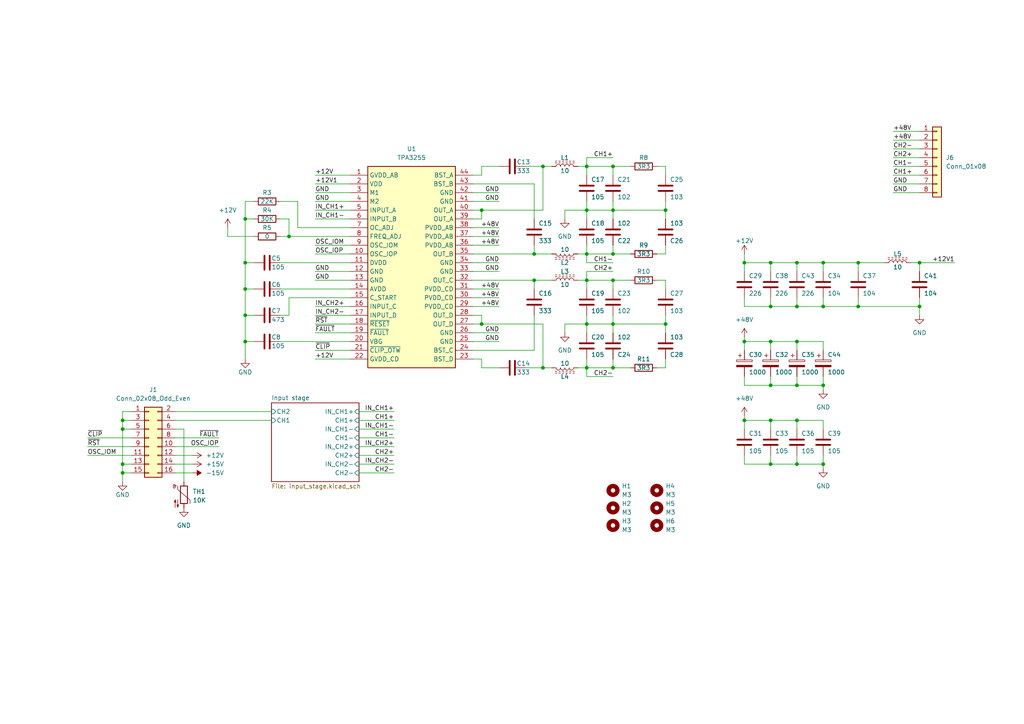
<source format=kicad_sch>
(kicad_sch (version 20231120) (generator "eeschema") (generator_version "8.0")
  (paper "A4")
  (lib_symbols
    (symbol "Connector_Generic:Conn_01x08" (pin_names (offset 1.016) hide)
      (property "Reference" "J" (at 0 10.16 0))
      (property "Value" "Conn_01x08" (at 0 -12.7 0))
      (symbol "Conn_01x08_1_1"
        (rectangle (start -1.27 -10.033) (end 0 -10.287) (stroke (width 0.1524)))
        (rectangle (start -1.27 -7.493) (end 0 -7.747) (stroke (width 0.1524)))
        (rectangle (start -1.27 -4.953) (end 0 -5.207) (stroke (width 0.1524)))
        (rectangle (start -1.27 -2.413) (end 0 -2.667) (stroke (width 0.1524)))
        (rectangle (start -1.27 0.127) (end 0 -0.127) (stroke (width 0.1524)))
        (rectangle (start -1.27 2.667) (end 0 2.413) (stroke (width 0.1524)))
        (rectangle (start -1.27 5.207) (end 0 4.953) (stroke (width 0.1524)))
        (rectangle (start -1.27 7.747) (end 0 7.493) (stroke (width 0.1524)))
        (rectangle (start -1.27 8.89) (end 1.27 -11.43) (stroke (width 0.254)) (fill (type background)))
        (pin passive line (at -5.08 7.62 0) (length 3.81) (name "Pin_1") (number "1"))
        (pin passive line (at -5.08 5.08 0) (length 3.81) (name "Pin_2") (number "2"))
        (pin passive line (at -5.08 2.54 0) (length 3.81) (name "Pin_3") (number "3"))
        (pin passive line (at -5.08 0 0) (length 3.81) (name "Pin_4") (number "4"))
        (pin passive line (at -5.08 -2.54 0) (length 3.81) (name "Pin_5") (number "5"))
        (pin passive line (at -5.08 -5.08 0) (length 3.81) (name "Pin_6") (number "6"))
        (pin passive line (at -5.08 -7.62 0) (length 3.81) (name "Pin_7") (number "7"))
        (pin passive line (at -5.08 -10.16 0) (length 3.81) (name "Pin_8") (number "8"))
      )
    )
    (symbol "Connector_Generic:Conn_02x08_Odd_Even" (pin_names (offset 1.016) hide)
      (property "Reference" "J" (at 1.27 10.16 0))
      (property "Value" "Conn_02x08_Odd_Even" (at 1.27 -12.7 0))
      (symbol "Conn_02x08_Odd_Even_1_1"
        (rectangle (start -1.27 -10.033) (end 0 -10.287) (stroke (width 0.1524)))
        (rectangle (start -1.27 -7.493) (end 0 -7.747) (stroke (width 0.1524)))
        (rectangle (start -1.27 -4.953) (end 0 -5.207) (stroke (width 0.1524)))
        (rectangle (start -1.27 -2.413) (end 0 -2.667) (stroke (width 0.1524)))
        (rectangle (start -1.27 0.127) (end 0 -0.127) (stroke (width 0.1524)))
        (rectangle (start -1.27 2.667) (end 0 2.413) (stroke (width 0.1524)))
        (rectangle (start -1.27 5.207) (end 0 4.953) (stroke (width 0.1524)))
        (rectangle (start -1.27 7.747) (end 0 7.493) (stroke (width 0.1524)))
        (rectangle (start -1.27 8.89) (end 3.81 -11.43) (stroke (width 0.254)) (fill (type background)))
        (rectangle (start 3.81 -10.033) (end 2.54 -10.287) (stroke (width 0.1524)))
        (rectangle (start 3.81 -7.493) (end 2.54 -7.747) (stroke (width 0.1524)))
        (rectangle (start 3.81 -4.953) (end 2.54 -5.207) (stroke (width 0.1524)))
        (rectangle (start 3.81 -2.413) (end 2.54 -2.667) (stroke (width 0.1524)))
        (rectangle (start 3.81 0.127) (end 2.54 -0.127) (stroke (width 0.1524)))
        (rectangle (start 3.81 2.667) (end 2.54 2.413) (stroke (width 0.1524)))
        (rectangle (start 3.81 5.207) (end 2.54 4.953) (stroke (width 0.1524)))
        (rectangle (start 3.81 7.747) (end 2.54 7.493) (stroke (width 0.1524)))
        (pin passive line (at -5.08 7.62 0) (length 3.81) (name "Pin_1") (number "1"))
        (pin passive line (at 7.62 -2.54 180) (length 3.81) (name "Pin_10") (number "10"))
        (pin passive line (at -5.08 -5.08 0) (length 3.81) (name "Pin_11") (number "11"))
        (pin passive line (at 7.62 -5.08 180) (length 3.81) (name "Pin_12") (number "12"))
        (pin passive line (at -5.08 -7.62 0) (length 3.81) (name "Pin_13") (number "13"))
        (pin passive line (at 7.62 -7.62 180) (length 3.81) (name "Pin_14") (number "14"))
        (pin passive line (at -5.08 -10.16 0) (length 3.81) (name "Pin_15") (number "15"))
        (pin passive line (at 7.62 -10.16 180) (length 3.81) (name "Pin_16") (number "16"))
        (pin passive line (at 7.62 7.62 180) (length 3.81) (name "Pin_2") (number "2"))
        (pin passive line (at -5.08 5.08 0) (length 3.81) (name "Pin_3") (number "3"))
        (pin passive line (at 7.62 5.08 180) (length 3.81) (name "Pin_4") (number "4"))
        (pin passive line (at -5.08 2.54 0) (length 3.81) (name "Pin_5") (number "5"))
        (pin passive line (at 7.62 2.54 180) (length 3.81) (name "Pin_6") (number "6"))
        (pin passive line (at -5.08 0 0) (length 3.81) (name "Pin_7") (number "7"))
        (pin passive line (at 7.62 0 180) (length 3.81) (name "Pin_8") (number "8"))
        (pin passive line (at -5.08 -2.54 0) (length 3.81) (name "Pin_9") (number "9"))
      )
    )
    (symbol "Device:C" (pin_numbers hide) (pin_names (offset 0.254))
      (property "Reference" "C" (at 0.635 2.54 0))
      (property "Value" "C" (at 0.635 -2.54 0))
      (symbol "C_0_1"
        (polyline (pts (xy -2.032 -0.762) (xy 2.032 -0.762)) (stroke (width 0.508)))
        (polyline (pts (xy -2.032 0.762) (xy 2.032 0.762)) (stroke (width 0.508)))
      )
      (symbol "C_1_1"
        (pin passive line (at 0 3.81 270) (length 2.794) (name "~") (number "1"))
        (pin passive line (at 0 -3.81 90) (length 2.794) (name "~") (number "2"))
      )
    )
    (symbol "Device:C_Polarized" (pin_numbers hide) (pin_names (offset 0.254))
      (property "Reference" "C" (at 0.635 2.54 0))
      (property "Value" "C_Polarized" (at 0.635 -2.54 0))
      (symbol "C_Polarized_0_1"
        (rectangle (start -2.286 0.508) (end 2.286 1.016))
        (polyline (pts (xy -1.778 2.286) (xy -0.762 2.286)))
        (polyline (pts (xy -1.27 2.794) (xy -1.27 1.778)))
        (rectangle (start 2.286 -0.508) (end -2.286 -1.016) (fill (type outline)))
      )
      (symbol "C_Polarized_1_1"
        (pin passive line (at 0 3.81 270) (length 2.794) (name "~") (number "1"))
        (pin passive line (at 0 -3.81 90) (length 2.794) (name "~") (number "2"))
      )
    )
    (symbol "Device:L_Ferrite" (pin_numbers hide) (pin_names (offset 1.016) hide)
      (property "Reference" "L" (at -1.27 0 90))
      (property "Value" "L_Ferrite" (at 2.794 0 90))
      (symbol "L_Ferrite_0_1"
        (arc (start 0 -2.54) (mid 0.6323 -1.905) (end 0 -1.27))
        (arc (start 0 -1.27) (mid 0.6323 -0.635) (end 0 0))
        (polyline (pts (xy 1.016 -2.794) (xy 1.016 -2.286)))
        (polyline (pts (xy 1.016 -1.778) (xy 1.016 -1.27)))
        (polyline (pts (xy 1.016 -0.762) (xy 1.016 -0.254)))
        (polyline (pts (xy 1.016 0.254) (xy 1.016 0.762)))
        (polyline (pts (xy 1.016 1.27) (xy 1.016 1.778)))
        (polyline (pts (xy 1.016 2.286) (xy 1.016 2.794)))
        (polyline (pts (xy 1.524 -2.286) (xy 1.524 -2.794)))
        (polyline (pts (xy 1.524 -1.27) (xy 1.524 -1.778)))
        (polyline (pts (xy 1.524 -0.254) (xy 1.524 -0.762)))
        (polyline (pts (xy 1.524 0.762) (xy 1.524 0.254)))
        (polyline (pts (xy 1.524 1.778) (xy 1.524 1.27)))
        (polyline (pts (xy 1.524 2.794) (xy 1.524 2.286)))
        (arc (start 0 0) (mid 0.6323 0.635) (end 0 1.27))
        (arc (start 0 1.27) (mid 0.6323 1.905) (end 0 2.54))
      )
      (symbol "L_Ferrite_1_1"
        (pin passive line (at 0 3.81 270) (length 1.27) (name "1") (number "1"))
        (pin passive line (at 0 -3.81 90) (length 1.27) (name "2") (number "2"))
      )
    )
    (symbol "Device:R" (pin_numbers hide) (pin_names (offset 0))
      (property "Reference" "R" (at 2.032 0 90))
      (property "Value" "R" (at 0 0 90))
      (symbol "R_0_1"
        (rectangle (start -1.016 -2.54) (end 1.016 2.54) (stroke (width 0.254)))
      )
      (symbol "R_1_1"
        (pin passive line (at 0 3.81 270) (length 1.27) (name "~") (number "1"))
        (pin passive line (at 0 -3.81 90) (length 1.27) (name "~") (number "2"))
      )
    )
    (symbol "Device:Thermistor_NTC" (pin_numbers hide) (pin_names (offset 0))
      (property "Reference" "TH" (at -4.445 0 90))
      (property "Value" "Thermistor_NTC" (at 3.175 0 90))
      (symbol "Thermistor_NTC_0_1"
        (arc (start -3.048 2.159) (mid -3.0505 2.3165) (end -3.175 2.413))
        (arc (start -3.048 2.159) (mid -2.9736 1.9794) (end -2.794 1.905))
        (arc (start -3.048 2.794) (mid -2.9736 2.6144) (end -2.794 2.54))
        (arc (start -2.794 1.905) (mid -2.6144 1.9794) (end -2.54 2.159))
        (arc (start -2.794 2.54) (mid -2.434 2.5608) (end -2.159 2.794))
        (arc (start -2.794 3.048) (mid -2.9736 2.9736) (end -3.048 2.794))
        (arc (start -2.54 2.794) (mid -2.6144 2.9736) (end -2.794 3.048))
        (rectangle (start -1.016 2.54) (end 1.016 -2.54) (stroke (width 0.254)))
        (polyline (pts (xy -2.54 2.159) (xy -2.54 2.794)))
        (polyline (pts (xy -1.778 2.54) (xy -1.778 1.524) (xy 1.778 -1.524) (xy 1.778 -2.54)))
        (polyline (pts (xy -2.54 -3.683) (xy -2.54 -1.397) (xy -2.794 -2.159) (xy -2.286 -2.159) (xy -2.54 -1.397) (xy -2.54 -1.651)) (fill (type outline)))
        (polyline (pts (xy -1.778 -1.397) (xy -1.778 -3.683) (xy -2.032 -2.921) (xy -1.524 -2.921) (xy -1.778 -3.683) (xy -1.778 -3.429)) (fill (type outline)))
      )
      (symbol "Thermistor_NTC_1_1"
        (pin passive line (at 0 3.81 270) (length 1.27) (name "~") (number "1"))
        (pin passive line (at 0 -3.81 90) (length 1.27) (name "~") (number "2"))
      )
    )
    (symbol "HR-parts:TPA3255"
      (property "Reference" "U" (at 0 -29.21 0))
      (property "Value" "TPA3255" (at 0 31.75 0))
      (symbol "TPA3255_0_1"
        (rectangle (start -12.7 30.48) (end 12.7 -27.94) (stroke (width 0.254)) (fill (type background)))
      )
      (symbol "TPA3255_1_1"
        (pin power_in line (at -17.78 27.94 0) (length 5.08) (name "GVDD_AB") (number "1"))
        (pin bidirectional line (at -17.78 5.08 0) (length 5.08) (name "OSC_IOP") (number "10"))
        (pin power_in line (at -17.78 2.54 0) (length 5.08) (name "DVDD") (number "11"))
        (pin power_in line (at -17.78 0 0) (length 5.08) (name "GND") (number "12"))
        (pin power_in line (at -17.78 -2.54 0) (length 5.08) (name "GND") (number "13"))
        (pin power_in line (at -17.78 -5.08 0) (length 5.08) (name "AVDD") (number "14"))
        (pin input line (at -17.78 -7.62 0) (length 5.08) (name "C_START") (number "15"))
        (pin input line (at -17.78 -10.16 0) (length 5.08) (name "INPUT_C") (number "16"))
        (pin input line (at -17.78 -12.7 0) (length 5.08) (name "INPUT_D") (number "17"))
        (pin input line (at -17.78 -15.24 0) (length 5.08) (name "~{RESET}") (number "18"))
        (pin output line (at -17.78 -17.78 0) (length 5.08) (name "~{FAULT}") (number "19"))
        (pin power_in line (at -17.78 25.4 0) (length 5.08) (name "VDD") (number "2"))
        (pin passive line (at -17.78 -20.32 0) (length 5.08) (name "VBG") (number "20"))
        (pin output line (at -17.78 -22.86 0) (length 5.08) (name "~{CLIP_OTW}") (number "21"))
        (pin power_in line (at -17.78 -25.4 0) (length 5.08) (name "GVDD_CD") (number "22"))
        (pin passive line (at 17.78 -25.4 180) (length 5.08) (name "BST_D") (number "23"))
        (pin passive line (at 17.78 -22.86 180) (length 5.08) (name "BST_C") (number "24"))
        (pin power_in line (at 17.78 -20.32 180) (length 5.08) (name "GND") (number "25"))
        (pin power_in line (at 17.78 -17.78 180) (length 5.08) (name "GND") (number "26"))
        (pin power_out line (at 17.78 -15.24 180) (length 5.08) (name "OUT_D") (number "27"))
        (pin power_out line (at 17.78 -12.7 180) (length 5.08) (name "OUT_D") (number "28"))
        (pin power_in line (at 17.78 -10.16 180) (length 5.08) (name "PVDD_CD") (number "29"))
        (pin input line (at -17.78 22.86 0) (length 5.08) (name "M1") (number "3"))
        (pin power_in line (at 17.78 -7.62 180) (length 5.08) (name "PVDD_CD") (number "30"))
        (pin power_in line (at 17.78 -5.08 180) (length 5.08) (name "PVDD_CD") (number "31"))
        (pin power_out line (at 17.78 -2.54 180) (length 5.08) (name "OUT_C") (number "32"))
        (pin power_in line (at 17.78 0 180) (length 5.08) (name "GND") (number "33"))
        (pin power_in line (at 17.78 2.54 180) (length 5.08) (name "GND") (number "34"))
        (pin power_out line (at 17.78 5.08 180) (length 5.08) (name "OUT_B") (number "35"))
        (pin power_in line (at 17.78 7.62 180) (length 5.08) (name "PVDD_AB") (number "36"))
        (pin power_in line (at 17.78 10.16 180) (length 5.08) (name "PVDD_AB") (number "37"))
        (pin power_in line (at 17.78 12.7 180) (length 5.08) (name "PVDD_AB") (number "38"))
        (pin power_out line (at 17.78 15.24 180) (length 5.08) (name "OUT_A") (number "39"))
        (pin input line (at -17.78 20.32 0) (length 5.08) (name "M2") (number "4"))
        (pin power_out line (at 17.78 17.78 180) (length 5.08) (name "OUT_A") (number "40"))
        (pin power_in line (at 17.78 20.32 180) (length 5.08) (name "GND") (number "41"))
        (pin power_in line (at 17.78 22.86 180) (length 5.08) (name "GND") (number "42"))
        (pin passive line (at 17.78 25.4 180) (length 5.08) (name "BST_B") (number "43"))
        (pin passive line (at 17.78 27.94 180) (length 5.08) (name "BST_A") (number "44"))
        (pin input line (at -17.78 17.78 0) (length 5.08) (name "INPUT_A") (number "5"))
        (pin input line (at -17.78 15.24 0) (length 5.08) (name "INPUT_B") (number "6"))
        (pin input line (at -17.78 12.7 0) (length 5.08) (name "OC_ADJ") (number "7"))
        (pin input line (at -17.78 10.16 0) (length 5.08) (name "FREQ_ADJ") (number "8"))
        (pin bidirectional line (at -17.78 7.62 0) (length 5.08) (name "OSC_IOM") (number "9"))
      )
    )
    (symbol "Mechanical:MountingHole" (pin_names (offset 1.016))
      (property "Reference" "H" (at 0 5.08 0))
      (property "Value" "MountingHole" (at 0 3.175 0))
      (symbol "MountingHole_0_1"
        (circle (center 0 0) (radius 1.27) (stroke (width 1.27)))
      )
    )
    (symbol "power:+12V" (power) (pin_names (offset 0))
      (property "Value" "+12V" (at 0 3.556 0))
      (symbol "+12V_0_1"
        (polyline (pts (xy -0.762 1.27) (xy 0 2.54)))
        (polyline (pts (xy 0 0) (xy 0 2.54)))
        (polyline (pts (xy 0 2.54) (xy 0.762 1.27)))
      )
      (symbol "+12V_1_1"
        (pin power_in line (at 0 0 90) (length 0) hide (name "+12V") (number "1"))
      )
    )
    (symbol "power:+15V" (power) (pin_names (offset 0))
      (property "Value" "+15V" (at 0 3.556 0))
      (symbol "+15V_0_1"
        (polyline (pts (xy -0.762 1.27) (xy 0 2.54)))
        (polyline (pts (xy 0 0) (xy 0 2.54)))
        (polyline (pts (xy 0 2.54) (xy 0.762 1.27)))
      )
      (symbol "+15V_1_1"
        (pin power_in line (at 0 0 90) (length 0) hide (name "+15V") (number "1"))
      )
    )
    (symbol "power:+48V" (power) (pin_names (offset 0))
      (property "Value" "+48V" (at 0 3.556 0))
      (symbol "+48V_0_1"
        (polyline (pts (xy -0.762 1.27) (xy 0 2.54)))
        (polyline (pts (xy 0 0) (xy 0 2.54)))
        (polyline (pts (xy 0 2.54) (xy 0.762 1.27)))
      )
      (symbol "+48V_1_1"
        (pin power_in line (at 0 0 90) (length 0) hide (name "+48V") (number "1"))
      )
    )
    (symbol "power:-15V" (power) (pin_names (offset 0))
      (property "Value" "-15V" (at 0 3.81 0))
      (symbol "-15V_0_0"
        (pin power_in line (at 0 0 90) (length 0) hide (name "-15V") (number "1"))
      )
      (symbol "-15V_0_1"
        (polyline (pts (xy 0 0) (xy 0 1.27) (xy 0.762 1.27) (xy 0 2.54) (xy -0.762 1.27) (xy 0 1.27)) (fill (type outline)))
      )
    )
    (symbol "power:GND" (power) (pin_names (offset 0))
      (property "Value" "GND" (at 0 -3.81 0))
      (symbol "GND_0_1"
        (polyline (pts (xy 0 0) (xy 0 -1.27) (xy 1.27 -1.27) (xy 0 -2.54) (xy -1.27 -1.27) (xy 0 -1.27)))
      )
      (symbol "GND_1_1"
        (pin power_in line (at 0 0 270) (length 0) hide (name "GND") (number "1"))
      )
    )
  )
  (junction (at 139.7 93.98))
  (junction (at 170.18 106.68))
  (junction (at 231.14 111.76))
  (junction (at 71.12 99.06))
  (junction (at 223.52 76.2))
  (junction (at 238.76 111.76))
  (junction (at 71.12 91.44))
  (junction (at 71.12 76.2))
  (junction (at 215.9 121.92))
  (junction (at 177.8 93.98))
  (junction (at 231.14 88.9))
  (junction (at 157.48 48.26))
  (junction (at 193.04 60.96))
  (junction (at 170.18 48.26))
  (junction (at 223.52 111.76))
  (junction (at 231.14 134.62))
  (junction (at 170.18 73.66))
  (junction (at 238.76 76.2))
  (junction (at 71.12 83.82))
  (junction (at 83.82 68.58))
  (junction (at 238.76 134.62))
  (junction (at 154.94 73.66))
  (junction (at 170.18 81.28))
  (junction (at 35.56 121.92))
  (junction (at 154.94 81.28))
  (junction (at 170.18 60.96))
  (junction (at 177.8 73.66))
  (junction (at 231.14 121.92))
  (junction (at 248.92 76.2))
  (junction (at 231.14 99.06))
  (junction (at 71.12 63.5))
  (junction (at 177.8 48.26))
  (junction (at 157.48 106.68))
  (junction (at 177.8 60.96))
  (junction (at 223.52 99.06))
  (junction (at 177.8 81.28))
  (junction (at 215.9 76.2))
  (junction (at 266.7 88.9))
  (junction (at 139.7 60.96))
  (junction (at 248.92 88.9))
  (junction (at 35.56 134.62))
  (junction (at 35.56 137.16))
  (junction (at 231.14 76.2))
  (junction (at 223.52 121.92))
  (junction (at 238.76 88.9))
  (junction (at 170.18 93.98))
  (junction (at 215.9 99.06))
  (junction (at 35.56 124.46))
  (junction (at 223.52 88.9))
  (junction (at 177.8 106.68))
  (junction (at 223.52 134.62))
  (junction (at 193.04 93.98))
  (junction (at 266.7 76.2))
  (wire (pts (xy 137.16 63.5) (xy 139.7 63.5)))
  (wire (pts (xy 35.56 137.16) (xy 35.56 139.7)))
  (wire (pts (xy 248.92 86.36) (xy 248.92 88.9)))
  (wire (pts (xy 139.7 60.96) (xy 157.48 60.96)))
  (wire (pts (xy 170.18 93.98) (xy 170.18 96.52)))
  (wire (pts (xy 259.08 50.8) (xy 266.7 50.8)))
  (wire (pts (xy 264.16 76.2) (xy 266.7 76.2)))
  (wire (pts (xy 248.92 88.9) (xy 266.7 88.9)))
  (wire (pts (xy 71.12 99.06) (xy 73.66 99.06)))
  (wire (pts (xy 223.52 76.2) (xy 215.9 76.2)))
  (wire (pts (xy 25.4 132.08) (xy 38.1 132.08)))
  (wire (pts (xy 231.14 76.2) (xy 231.14 78.74)))
  (wire (pts (xy 91.44 101.6) (xy 101.6 101.6)))
  (wire (pts (xy 177.8 58.42) (xy 177.8 60.96)))
  (wire (pts (xy 231.14 86.36) (xy 231.14 88.9)))
  (wire (pts (xy 154.94 81.28) (xy 154.94 83.82)))
  (wire (pts (xy 139.7 106.68) (xy 144.78 106.68)))
  (wire (pts (xy 25.4 127) (xy 38.1 127)))
  (wire (pts (xy 193.04 48.26) (xy 193.04 50.8)))
  (wire (pts (xy 193.04 73.66) (xy 193.04 71.12)))
  (wire (pts (xy 104.14 132.08) (xy 114.3 132.08)))
  (wire (pts (xy 104.14 129.54) (xy 114.3 129.54)))
  (wire (pts (xy 259.08 48.26) (xy 266.7 48.26)))
  (wire (pts (xy 259.08 38.1) (xy 266.7 38.1)))
  (wire (pts (xy 139.7 104.14) (xy 139.7 106.68)))
  (wire (pts (xy 215.9 121.92) (xy 223.52 121.92)))
  (wire (pts (xy 137.16 68.58) (xy 144.78 68.58)))
  (wire (pts (xy 223.52 99.06) (xy 223.52 101.6)))
  (wire (pts (xy 71.12 76.2) (xy 71.12 83.82)))
  (wire (pts (xy 91.44 63.5) (xy 101.6 63.5)))
  (wire (pts (xy 71.12 91.44) (xy 73.66 91.44)))
  (wire (pts (xy 170.18 109.22) (xy 177.8 109.22)))
  (wire (pts (xy 193.04 93.98) (xy 193.04 91.44)))
  (wire (pts (xy 91.44 60.96) (xy 101.6 60.96)))
  (wire (pts (xy 71.12 91.44) (xy 71.12 99.06)))
  (wire (pts (xy 215.9 97.79) (xy 215.9 99.06)))
  (wire (pts (xy 50.8 127) (xy 63.5 127)))
  (wire (pts (xy 38.1 119.38) (xy 35.56 119.38)))
  (wire (pts (xy 104.14 127) (xy 114.3 127)))
  (wire (pts (xy 91.44 91.44) (xy 101.6 91.44)))
  (wire (pts (xy 35.56 121.92) (xy 35.56 124.46)))
  (wire (pts (xy 215.9 99.06) (xy 223.52 99.06)))
  (wire (pts (xy 104.14 137.16) (xy 114.3 137.16)))
  (wire (pts (xy 167.64 48.26) (xy 170.18 48.26)))
  (wire (pts (xy 223.52 99.06) (xy 231.14 99.06)))
  (wire (pts (xy 223.52 121.92) (xy 231.14 121.92)))
  (wire (pts (xy 256.54 76.2) (xy 248.92 76.2)))
  (wire (pts (xy 238.76 132.08) (xy 238.76 134.62)))
  (wire (pts (xy 91.44 93.98) (xy 101.6 93.98)))
  (wire (pts (xy 86.36 58.42) (xy 81.28 58.42)))
  (wire (pts (xy 101.6 86.36) (xy 83.82 86.36)))
  (wire (pts (xy 139.7 93.98) (xy 157.48 93.98)))
  (wire (pts (xy 167.64 73.66) (xy 170.18 73.66)))
  (wire (pts (xy 137.16 104.14) (xy 139.7 104.14)))
  (wire (pts (xy 101.6 66.04) (xy 86.36 66.04)))
  (wire (pts (xy 231.14 109.22) (xy 231.14 111.76)))
  (wire (pts (xy 238.76 99.06) (xy 238.76 101.6)))
  (wire (pts (xy 137.16 76.2) (xy 144.78 76.2)))
  (wire (pts (xy 170.18 81.28) (xy 170.18 78.74)))
  (wire (pts (xy 170.18 60.96) (xy 170.18 63.5)))
  (wire (pts (xy 238.76 134.62) (xy 238.76 135.89)))
  (wire (pts (xy 154.94 81.28) (xy 160.02 81.28)))
  (wire (pts (xy 163.83 60.96) (xy 170.18 60.96)))
  (wire (pts (xy 177.8 81.28) (xy 177.8 83.82)))
  (wire (pts (xy 91.44 78.74) (xy 101.6 78.74)))
  (wire (pts (xy 81.28 68.58) (xy 83.82 68.58)))
  (wire (pts (xy 177.8 48.26) (xy 182.88 48.26)))
  (wire (pts (xy 170.18 73.66) (xy 170.18 71.12)))
  (wire (pts (xy 266.7 88.9) (xy 266.7 86.36)))
  (wire (pts (xy 71.12 76.2) (xy 73.66 76.2)))
  (wire (pts (xy 177.8 60.96) (xy 177.8 63.5)))
  (wire (pts (xy 170.18 48.26) (xy 170.18 50.8)))
  (wire (pts (xy 215.9 121.92) (xy 215.9 124.46)))
  (wire (pts (xy 215.9 134.62) (xy 215.9 132.08)))
  (wire (pts (xy 137.16 71.12) (xy 144.78 71.12)))
  (wire (pts (xy 238.76 76.2) (xy 231.14 76.2)))
  (wire (pts (xy 177.8 76.2) (xy 170.18 76.2)))
  (wire (pts (xy 73.66 58.42) (xy 71.12 58.42)))
  (wire (pts (xy 170.18 73.66) (xy 177.8 73.66)))
  (wire (pts (xy 152.4 106.68) (xy 157.48 106.68)))
  (wire (pts (xy 248.92 76.2) (xy 248.92 78.74)))
  (wire (pts (xy 66.04 68.58) (xy 66.04 66.04)))
  (wire (pts (xy 73.66 68.58) (xy 66.04 68.58)))
  (wire (pts (xy 223.52 86.36) (xy 223.52 88.9)))
  (wire (pts (xy 139.7 60.96) (xy 139.7 63.5)))
  (wire (pts (xy 223.52 134.62) (xy 215.9 134.62)))
  (wire (pts (xy 215.9 99.06) (xy 215.9 101.6)))
  (wire (pts (xy 25.4 129.54) (xy 38.1 129.54)))
  (wire (pts (xy 223.52 88.9) (xy 231.14 88.9)))
  (wire (pts (xy 81.28 99.06) (xy 101.6 99.06)))
  (wire (pts (xy 170.18 58.42) (xy 170.18 60.96)))
  (wire (pts (xy 81.28 76.2) (xy 101.6 76.2)))
  (wire (pts (xy 177.8 93.98) (xy 177.8 96.52)))
  (wire (pts (xy 71.12 63.5) (xy 71.12 76.2)))
  (wire (pts (xy 167.64 81.28) (xy 170.18 81.28)))
  (wire (pts (xy 83.82 91.44) (xy 81.28 91.44)))
  (wire (pts (xy 170.18 45.72) (xy 177.8 45.72)))
  (wire (pts (xy 137.16 81.28) (xy 154.94 81.28)))
  (wire (pts (xy 157.48 48.26) (xy 160.02 48.26)))
  (wire (pts (xy 259.08 45.72) (xy 266.7 45.72)))
  (wire (pts (xy 83.82 68.58) (xy 101.6 68.58)))
  (wire (pts (xy 137.16 93.98) (xy 139.7 93.98)))
  (wire (pts (xy 223.52 132.08) (xy 223.52 134.62)))
  (wire (pts (xy 170.18 48.26) (xy 170.18 45.72)))
  (wire (pts (xy 193.04 60.96) (xy 193.04 63.5)))
  (wire (pts (xy 231.14 134.62) (xy 223.52 134.62)))
  (wire (pts (xy 170.18 60.96) (xy 177.8 60.96)))
  (wire (pts (xy 193.04 81.28) (xy 193.04 83.82)))
  (wire (pts (xy 137.16 66.04) (xy 144.78 66.04)))
  (wire (pts (xy 170.18 78.74) (xy 177.8 78.74)))
  (wire (pts (xy 50.8 121.92) (xy 78.74 121.92)))
  (wire (pts (xy 177.8 106.68) (xy 177.8 104.14)))
  (wire (pts (xy 71.12 99.06) (xy 71.12 104.14)))
  (wire (pts (xy 223.52 76.2) (xy 223.52 78.74)))
  (wire (pts (xy 137.16 101.6) (xy 154.94 101.6)))
  (wire (pts (xy 139.7 91.44) (xy 139.7 93.98)))
  (wire (pts (xy 91.44 55.88) (xy 101.6 55.88)))
  (wire (pts (xy 104.14 124.46) (xy 114.3 124.46)))
  (wire (pts (xy 152.4 48.26) (xy 157.48 48.26)))
  (wire (pts (xy 163.83 96.52) (xy 163.83 93.98)))
  (wire (pts (xy 190.5 81.28) (xy 193.04 81.28)))
  (wire (pts (xy 137.16 83.82) (xy 144.78 83.82)))
  (wire (pts (xy 50.8 124.46) (xy 53.34 124.46)))
  (wire (pts (xy 71.12 58.42) (xy 71.12 63.5)))
  (wire (pts (xy 139.7 48.26) (xy 144.78 48.26)))
  (wire (pts (xy 170.18 106.68) (xy 177.8 106.68)))
  (wire (pts (xy 259.08 43.18) (xy 266.7 43.18)))
  (wire (pts (xy 35.56 134.62) (xy 35.56 137.16)))
  (wire (pts (xy 170.18 81.28) (xy 170.18 83.82)))
  (wire (pts (xy 215.9 111.76) (xy 215.9 109.22)))
  (wire (pts (xy 170.18 91.44) (xy 170.18 93.98)))
  (wire (pts (xy 50.8 129.54) (xy 63.5 129.54)))
  (wire (pts (xy 50.8 137.16) (xy 55.88 137.16)))
  (wire (pts (xy 177.8 48.26) (xy 177.8 50.8)))
  (wire (pts (xy 137.16 78.74) (xy 144.78 78.74)))
  (wire (pts (xy 35.56 121.92) (xy 38.1 121.92)))
  (wire (pts (xy 231.14 111.76) (xy 223.52 111.76)))
  (wire (pts (xy 154.94 73.66) (xy 160.02 73.66)))
  (wire (pts (xy 154.94 53.34) (xy 154.94 63.5)))
  (wire (pts (xy 137.16 88.9) (xy 144.78 88.9)))
  (wire (pts (xy 157.48 60.96) (xy 157.48 48.26)))
  (wire (pts (xy 238.76 88.9) (xy 248.92 88.9)))
  (wire (pts (xy 215.9 76.2) (xy 215.9 78.74)))
  (wire (pts (xy 190.5 48.26) (xy 193.04 48.26)))
  (wire (pts (xy 137.16 53.34) (xy 154.94 53.34)))
  (wire (pts (xy 81.28 63.5) (xy 83.82 63.5)))
  (wire (pts (xy 190.5 73.66) (xy 193.04 73.66)))
  (wire (pts (xy 91.44 50.8) (xy 101.6 50.8)))
  (wire (pts (xy 53.34 124.46) (xy 53.34 139.7)))
  (wire (pts (xy 238.76 111.76) (xy 231.14 111.76)))
  (wire (pts (xy 170.18 93.98) (xy 177.8 93.98)))
  (wire (pts (xy 170.18 106.68) (xy 170.18 109.22)))
  (wire (pts (xy 35.56 137.16) (xy 38.1 137.16)))
  (wire (pts (xy 223.52 121.92) (xy 223.52 124.46)))
  (wire (pts (xy 215.9 120.65) (xy 215.9 121.92)))
  (wire (pts (xy 215.9 73.66) (xy 215.9 76.2)))
  (wire (pts (xy 104.14 119.38) (xy 114.3 119.38)))
  (wire (pts (xy 83.82 63.5) (xy 83.82 68.58)))
  (wire (pts (xy 86.36 66.04) (xy 86.36 58.42)))
  (wire (pts (xy 193.04 60.96) (xy 193.04 58.42)))
  (wire (pts (xy 193.04 106.68) (xy 193.04 104.14)))
  (wire (pts (xy 157.48 93.98) (xy 157.48 106.68)))
  (wire (pts (xy 167.64 106.68) (xy 170.18 106.68)))
  (wire (pts (xy 50.8 134.62) (xy 55.88 134.62)))
  (wire (pts (xy 238.76 76.2) (xy 238.76 78.74)))
  (wire (pts (xy 83.82 86.36) (xy 83.82 91.44)))
  (wire (pts (xy 215.9 86.36) (xy 215.9 88.9)))
  (wire (pts (xy 177.8 60.96) (xy 193.04 60.96)))
  (wire (pts (xy 137.16 73.66) (xy 154.94 73.66)))
  (wire (pts (xy 266.7 88.9) (xy 266.7 91.44)))
  (wire (pts (xy 266.7 76.2) (xy 276.86 76.2)))
  (wire (pts (xy 137.16 58.42) (xy 144.78 58.42)))
  (wire (pts (xy 190.5 106.68) (xy 193.04 106.68)))
  (wire (pts (xy 266.7 76.2) (xy 266.7 78.74)))
  (wire (pts (xy 137.16 91.44) (xy 139.7 91.44)))
  (wire (pts (xy 35.56 134.62) (xy 38.1 134.62)))
  (wire (pts (xy 91.44 73.66) (xy 101.6 73.66)))
  (wire (pts (xy 248.92 76.2) (xy 238.76 76.2)))
  (wire (pts (xy 259.08 40.64) (xy 266.7 40.64)))
  (wire (pts (xy 91.44 58.42) (xy 101.6 58.42)))
  (wire (pts (xy 259.08 53.34) (xy 266.7 53.34)))
  (wire (pts (xy 91.44 96.52) (xy 101.6 96.52)))
  (wire (pts (xy 91.44 71.12) (xy 101.6 71.12)))
  (wire (pts (xy 71.12 83.82) (xy 71.12 91.44)))
  (wire (pts (xy 177.8 73.66) (xy 177.8 71.12)))
  (wire (pts (xy 177.8 91.44) (xy 177.8 93.98)))
  (wire (pts (xy 215.9 88.9) (xy 223.52 88.9)))
  (wire (pts (xy 170.18 76.2) (xy 170.18 73.66)))
  (wire (pts (xy 137.16 86.36) (xy 144.78 86.36)))
  (wire (pts (xy 104.14 134.62) (xy 114.3 134.62)))
  (wire (pts (xy 154.94 101.6) (xy 154.94 91.44)))
  (wire (pts (xy 177.8 93.98) (xy 193.04 93.98)))
  (wire (pts (xy 231.14 121.92) (xy 238.76 121.92)))
  (wire (pts (xy 238.76 134.62) (xy 231.14 134.62)))
  (wire (pts (xy 137.16 55.88) (xy 144.78 55.88)))
  (wire (pts (xy 71.12 83.82) (xy 73.66 83.82)))
  (wire (pts (xy 259.08 55.88) (xy 266.7 55.88)))
  (wire (pts (xy 170.18 48.26) (xy 177.8 48.26)))
  (wire (pts (xy 177.8 81.28) (xy 182.88 81.28)))
  (wire (pts (xy 157.48 106.68) (xy 160.02 106.68)))
  (wire (pts (xy 81.28 83.82) (xy 101.6 83.82)))
  (wire (pts (xy 35.56 124.46) (xy 38.1 124.46)))
  (wire (pts (xy 177.8 73.66) (xy 182.88 73.66)))
  (wire (pts (xy 91.44 88.9) (xy 101.6 88.9)))
  (wire (pts (xy 104.14 121.92) (xy 114.3 121.92)))
  (wire (pts (xy 177.8 106.68) (xy 182.88 106.68)))
  (wire (pts (xy 170.18 106.68) (xy 170.18 104.14)))
  (wire (pts (xy 137.16 50.8) (xy 139.7 50.8)))
  (wire (pts (xy 231.14 121.92) (xy 231.14 124.46)))
  (wire (pts (xy 223.52 111.76) (xy 215.9 111.76)))
  (wire (pts (xy 231.14 99.06) (xy 231.14 101.6)))
  (wire (pts (xy 91.44 81.28) (xy 101.6 81.28)))
  (wire (pts (xy 170.18 81.28) (xy 177.8 81.28)))
  (wire (pts (xy 35.56 119.38) (xy 35.56 121.92)))
  (wire (pts (xy 223.52 109.22) (xy 223.52 111.76)))
  (wire (pts (xy 231.14 76.2) (xy 223.52 76.2)))
  (wire (pts (xy 238.76 121.92) (xy 238.76 124.46)))
  (wire (pts (xy 163.83 93.98) (xy 170.18 93.98)))
  (wire (pts (xy 137.16 99.06) (xy 144.78 99.06)))
  (wire (pts (xy 154.94 71.12) (xy 154.94 73.66)))
  (wire (pts (xy 50.8 119.38) (xy 78.74 119.38)))
  (wire (pts (xy 231.14 132.08) (xy 231.14 134.62)))
  (wire (pts (xy 91.44 104.14) (xy 101.6 104.14)))
  (wire (pts (xy 35.56 124.46) (xy 35.56 134.62)))
  (wire (pts (xy 71.12 63.5) (xy 73.66 63.5)))
  (wire (pts (xy 91.44 53.34) (xy 101.6 53.34)))
  (wire (pts (xy 231.14 99.06) (xy 238.76 99.06)))
  (wire (pts (xy 137.16 96.52) (xy 144.78 96.52)))
  (wire (pts (xy 238.76 111.76) (xy 238.76 109.22)))
  (wire (pts (xy 238.76 111.76) (xy 238.76 113.03)))
  (wire (pts (xy 139.7 50.8) (xy 139.7 48.26)))
  (wire (pts (xy 193.04 93.98) (xy 193.04 96.52)))
  (wire (pts (xy 163.83 63.5) (xy 163.83 60.96)))
  (wire (pts (xy 50.8 132.08) (xy 55.88 132.08)))
  (wire (pts (xy 238.76 86.36) (xy 238.76 88.9)))
  (wire (pts (xy 231.14 88.9) (xy 238.76 88.9)))
  (wire (pts (xy 137.16 60.96) (xy 139.7 60.96)))
  (label "GND" (at 144.78 99.06 180))
  (label "~{FAULT}" (at 91.44 96.52 0))
  (label "GND" (at 91.44 78.74 0))
  (label "~{RST}" (at 25.4 129.54 0))
  (label "CH1-" (at 259.08 48.26 0))
  (label "+48V" (at 259.08 38.1 0))
  (label "+48V" (at 144.78 88.9 180))
  (label "GND" (at 144.78 58.42 180))
  (label "+48V" (at 144.78 83.82 180))
  (label "GND" (at 144.78 76.2 180))
  (label "~{RST}" (at 91.44 93.98 0))
  (label "~{FAULT}" (at 63.5 127 180))
  (label "+48V" (at 144.78 71.12 180))
  (label "GND" (at 144.78 96.52 180))
  (label "OSC_IOP" (at 63.5 129.54 180))
  (label "IN_CH1+" (at 91.44 60.96 0))
  (label "CH1+" (at 114.3 121.92 180))
  (label "GND" (at 144.78 55.88 180))
  (label "IN_CH1-" (at 91.44 63.5 0))
  (label "CH2+" (at 114.3 132.08 180))
  (label "GND" (at 91.44 81.28 0))
  (label "GND" (at 91.44 58.42 0))
  (label "+12V" (at 91.44 50.8 0))
  (label "GND" (at 259.08 55.88 0))
  (label "+12V1" (at 276.86 76.2 180))
  (label "CH2-" (at 114.3 137.16 180))
  (label "~{CLIP}" (at 25.4 127 0))
  (label "CH2-" (at 177.8 109.22 180))
  (label "+48V" (at 144.78 68.58 180))
  (label "+48V" (at 144.78 86.36 180))
  (label "OSC_IOM" (at 25.4 132.08 0))
  (label "GND" (at 91.44 55.88 0))
  (label "OSC_IOM" (at 91.44 71.12 0))
  (label "GND" (at 144.78 78.74 180))
  (label "CH1+" (at 177.8 45.72 180))
  (label "+48V" (at 259.08 40.64 0))
  (label "IN_CH2+" (at 114.3 129.54 180))
  (label "IN_CH2-" (at 114.3 134.62 180))
  (label "IN_CH2+" (at 91.44 88.9 0))
  (label "CH1-" (at 177.8 76.2 180))
  (label "CH2+" (at 259.08 45.72 0))
  (label "+12V" (at 91.44 104.14 0))
  (label "~{CLIP}" (at 91.44 101.6 0))
  (label "GND" (at 259.08 53.34 0))
  (label "IN_CH1+" (at 114.3 119.38 180))
  (label "OSC_IOP" (at 91.44 73.66 0))
  (label "CH2+" (at 177.8 78.74 180))
  (label "+48V" (at 144.78 66.04 180))
  (label "IN_CH2-" (at 91.44 91.44 0))
  (label "CH1+" (at 259.08 50.8 0))
  (label "+12V1" (at 91.44 53.34 0))
  (label "IN_CH1-" (at 114.3 124.46 180))
  (label "CH2-" (at 259.08 43.18 0))
  (label "CH1-" (at 114.3 127 180))
  (symbol (lib_id "power:+12V") (at 215.9 73.66 0) (unit 1)
    (property "Reference" "#PWR0114" (effects (hide yes)))
    (property "Value" "+12V" (at 215.9 69.85 0))
  )
  (symbol (lib_id "Device:Thermistor_NTC") (at 53.34 143.51 0) (unit 1)
    (property "Reference" "TH1" (at 55.88 142.5574 0) (effects (justify left)))
    (property "Value" "10K" (at 55.88 145.0974 0) (effects (justify left)))
    (property "Footprint" "Resistor_SMD:R_0805_2012Metric" (effects (hide yes)))
  )
  (symbol (lib_id "Device:C") (at 170.18 54.61 0) (unit 1)
    (property "Reference" "C17" (at 171.45 52.07 0) (effects (justify left)))
    (property "Value" "105" (at 171.45 57.15 0) (effects (justify left)))
    (property "Footprint" "Capacitor_THT:C_Rect_L18.0mm_W8.0mm_P15.00mm_FKS3_FKP3" (effects (hide yes)))
  )
  (symbol (lib_id "Device:C") (at 77.47 99.06 90) (unit 1)
    (property "Reference" "C8" (at 78.74 97.79 90) (effects (justify right)))
    (property "Value" "105" (at 78.74 100.33 90) (effects (justify right)))
    (property "Footprint" "Capacitor_SMD:C_0805_2012Metric" (effects (hide yes)))
  )
  (symbol (lib_id "power:+48V") (at 215.9 120.65 0) (unit 1)
    (property "Reference" "#PWR0112" (effects (hide yes)))
    (property "Value" "+48V" (at 215.9 115.57 0))
  )
  (symbol (lib_id "Device:L_Ferrite") (at 260.35 76.2 90) (unit 1)
    (property "Reference" "L5" (at 260.35 73.66 90))
    (property "Value" "10" (at 260.35 77.47 90))
    (property "Footprint" "Inductor_SMD:L_1210_3225Metric" (effects (hide yes)))
  )
  (symbol (lib_id "Connector_Generic:Conn_01x08") (at 271.78 45.72 0) (unit 1)
    (property "Reference" "J6" (at 274.32 45.7199 0) (effects (justify left)))
    (property "Value" "Conn_01x08" (at 274.32 48.2599 0) (effects (justify left)))
    (property "Footprint" "Connector_Phoenix_MC_HighVoltage:PhoenixContact_MCV_1,5_8-G-5.08_1x08_P5.08mm_Vertical" (effects (hide yes)))
  )
  (symbol (lib_id "Device:C") (at 170.18 87.63 0) (unit 1)
    (property "Reference" "C19" (at 171.45 85.09 0) (effects (justify left)))
    (property "Value" "105" (at 171.45 90.17 0) (effects (justify left)))
    (property "Footprint" "Capacitor_THT:C_Rect_L18.0mm_W8.0mm_P15.00mm_FKS3_FKP3" (effects (hide yes)))
  )
  (symbol (lib_id "Connector_Generic:Conn_02x08_Odd_Even") (at 43.18 127 0) (unit 1)
    (property "Reference" "J1" (at 44.45 113.03 0))
    (property "Value" "Conn_02x08_Odd_Even" (at 44.45 115.57 0))
    (property "Footprint" "Connector_IDC:IDC-Header_2x08_P2.54mm_Vertical" (effects (hide yes)))
  )
  (symbol (lib_id "power:GND") (at 163.83 96.52 0) (unit 1)
    (property "Reference" "#PWR0117" (effects (hide yes)))
    (property "Value" "GND" (at 163.83 101.6 0))
  )
  (symbol (lib_id "Device:R") (at 186.69 106.68 270) (mirror x) (unit 1)
    (property "Reference" "R11" (at 186.69 104.14 90))
    (property "Value" "3R3" (at 186.69 106.68 90))
    (property "Footprint" "Resistor_SMD:R_0805_2012Metric" (effects (hide yes)))
  )
  (symbol (lib_id "Device:C") (at 170.18 100.33 0) (unit 1)
    (property "Reference" "C20" (at 171.45 97.79 0) (effects (justify left)))
    (property "Value" "105" (at 171.45 102.87 0) (effects (justify left)))
    (property "Footprint" "Capacitor_THT:C_Rect_L18.0mm_W8.0mm_P15.00mm_FKS3_FKP3" (effects (hide yes)))
  )
  (symbol (lib_id "Device:C_Polarized") (at 223.52 105.41 0) (unit 1)
    (property "Reference" "C32" (at 224.79 102.87 0) (effects (justify left)))
    (property "Value" "1000" (at 224.79 107.95 0) (effects (justify left)))
    (property "Footprint" "Capacitor_THT:CP_Radial_D16.0mm_P7.50mm" (effects (hide yes)))
  )
  (symbol (lib_id "power:GND") (at 163.83 63.5 0) (unit 1)
    (property "Reference" "#PWR0116" (effects (hide yes)))
    (property "Value" "GND" (at 163.83 68.58 0))
  )
  (symbol (lib_id "Device:C") (at 148.59 48.26 90) (unit 1)
    (property "Reference" "C13" (at 149.86 46.99 90) (effects (justify right)))
    (property "Value" "333" (at 149.86 49.53 90) (effects (justify right)))
    (property "Footprint" "Capacitor_SMD:C_0805_2012Metric" (effects (hide yes)))
  )
  (symbol (lib_id "Device:R") (at 186.69 81.28 270) (unit 1)
    (property "Reference" "R10" (at 186.69 78.74 90))
    (property "Value" "3R3" (at 186.69 81.28 90))
    (property "Footprint" "Resistor_SMD:R_0805_2012Metric" (effects (hide yes)))
  )
  (symbol (lib_id "Mechanical:MountingHole") (at 190.5 142.24 0) (unit 1)
    (property "Reference" "H4" (at 193.04 140.9699 0) (effects (justify left)))
    (property "Value" "M3" (at 193.04 143.5099 0) (effects (justify left)))
    (property "Footprint" "MountingHole:MountingHole_3.2mm_M3" (effects (hide yes)))
  )
  (symbol (lib_id "power:+15V") (at 55.88 134.62 270) (unit 1)
    (property "Reference" "#PWR0105" (effects (hide yes)))
    (property "Value" "+15V" (at 59.69 134.6199 90) (effects (justify left)))
  )
  (symbol (lib_id "Device:C") (at 193.04 54.61 0) (unit 1)
    (property "Reference" "C25" (at 194.31 52.07 0) (effects (justify left)))
    (property "Value" "103" (at 194.31 57.15 0) (effects (justify left)))
    (property "Footprint" "Capacitor_SMD:C_0805_2012Metric" (effects (hide yes)))
  )
  (symbol (lib_id "Device:L_Ferrite") (at 163.83 73.66 90) (mirror x) (unit 1)
    (property "Reference" "L2" (at 163.83 76.2 90))
    (property "Value" "10" (at 163.83 72.39 90))
    (property "Footprint" "HR_Parts:L_TOROID_D25_W10_P8_V_1" (effects (hide yes)))
  )
  (symbol (lib_id "Device:C") (at 238.76 82.55 0) (unit 1)
    (property "Reference" "C34" (at 240.03 80.01 0) (effects (justify left)))
    (property "Value" "104" (at 240.03 85.09 0) (effects (justify left)))
    (property "Footprint" "Capacitor_SMD:C_0805_2012Metric" (effects (hide yes)))
  )
  (symbol (lib_id "Device:R") (at 77.47 63.5 270) (unit 1)
    (property "Reference" "R4" (at 77.47 60.96 90))
    (property "Value" "30K" (at 77.47 63.5 90))
    (property "Footprint" "Resistor_SMD:R_0805_2012Metric" (effects (hide yes)))
  )
  (symbol (lib_id "Device:C_Polarized") (at 238.76 105.41 0) (unit 1)
    (property "Reference" "C44" (at 240.03 102.87 0) (effects (justify left)))
    (property "Value" "1000" (at 240.03 107.95 0) (effects (justify left)))
    (property "Footprint" "Capacitor_THT:CP_Radial_D16.0mm_P7.50mm" (effects (hide yes)))
  )
  (symbol (lib_id "power:+48V") (at 215.9 97.79 0) (unit 1)
    (property "Reference" "#PWR0109" (effects (hide yes)))
    (property "Value" "+48V" (at 215.9 92.71 0))
  )
  (symbol (lib_id "Device:C") (at 238.76 128.27 0) (unit 1)
    (property "Reference" "C39" (at 240.03 125.73 0) (effects (justify left)))
    (property "Value" "105" (at 240.03 130.81 0) (effects (justify left)))
    (property "Footprint" "Capacitor_SMD:C_1210_3225Metric" (effects (hide yes)))
  )
  (symbol (lib_id "power:-15V") (at 55.88 137.16 270) (unit 1)
    (property "Reference" "#PWR0104" (effects (hide yes)))
    (property "Value" "-15V" (at 59.69 137.1599 90) (effects (justify left)))
  )
  (symbol (lib_id "Device:C") (at 148.59 106.68 90) (unit 1)
    (property "Reference" "C14" (at 149.86 105.41 90) (effects (justify right)))
    (property "Value" "333" (at 149.86 107.95 90) (effects (justify right)))
    (property "Footprint" "Capacitor_SMD:C_0805_2012Metric" (effects (hide yes)))
  )
  (symbol (lib_id "Device:C") (at 177.8 54.61 0) (unit 1)
    (property "Reference" "C21" (at 179.07 52.07 0) (effects (justify left)))
    (property "Value" "102" (at 179.07 57.15 0) (effects (justify left)))
    (property "Footprint" "Capacitor_SMD:C_0805_2012Metric" (effects (hide yes)))
  )
  (symbol (lib_id "Device:R") (at 77.47 68.58 270) (unit 1)
    (property "Reference" "R5" (at 77.47 66.04 90))
    (property "Value" "0" (at 77.47 68.58 90))
    (property "Footprint" "Resistor_SMD:R_0805_2012Metric" (effects (hide yes)))
  )
  (symbol (lib_id "HR-parts:TPA3255") (at 119.38 78.74 0) (unit 1)
    (property "Reference" "U1" (at 119.38 43.18 0))
    (property "Value" "TPA3255" (at 119.38 45.72 0))
    (property "Footprint" "Package_SO:HTSSOP-44_6.1x14mm_P0.635mm_TopEP4.14x7.01mm" (effects (hide yes)))
  )
  (symbol (lib_id "power:+12V") (at 66.04 66.04 0) (unit 1)
    (property "Reference" "#PWR0101" (effects (hide yes)))
    (property "Value" "+12V" (at 66.04 60.96 0))
  )
  (symbol (lib_id "power:+12V") (at 55.88 132.08 270) (unit 1)
    (property "Reference" "#PWR0106" (effects (hide yes)))
    (property "Value" "+12V" (at 59.69 132.08 90) (effects (justify left)))
  )
  (symbol (lib_id "Mechanical:MountingHole") (at 177.8 152.4 0) (unit 1)
    (property "Reference" "H3" (at 180.34 151.1299 0) (effects (justify left)))
    (property "Value" "M3" (at 180.34 153.6699 0) (effects (justify left)))
    (property "Footprint" "MountingHole:MountingHole_3.2mm_M3" (effects (hide yes)))
  )
  (symbol (lib_id "Device:C") (at 177.8 87.63 0) (unit 1)
    (property "Reference" "C23" (at 179.07 85.09 0) (effects (justify left)))
    (property "Value" "102" (at 179.07 90.17 0) (effects (justify left)))
    (property "Footprint" "Capacitor_SMD:C_0805_2012Metric" (effects (hide yes)))
  )
  (symbol (lib_id "Mechanical:MountingHole") (at 190.5 147.32 0) (unit 1)
    (property "Reference" "H5" (at 193.04 146.0499 0) (effects (justify left)))
    (property "Value" "M3" (at 193.04 148.5899 0) (effects (justify left)))
    (property "Footprint" "MountingHole:MountingHole_3.2mm_M3" (effects (hide yes)))
  )
  (symbol (lib_id "Device:C") (at 193.04 100.33 0) (mirror x) (unit 1)
    (property "Reference" "C28" (at 194.31 102.87 0) (effects (justify left)))
    (property "Value" "103" (at 194.31 97.79 0) (effects (justify left)))
    (property "Footprint" "Capacitor_SMD:C_0805_2012Metric" (effects (hide yes)))
  )
  (symbol (lib_id "Device:C") (at 170.18 67.31 0) (unit 1)
    (property "Reference" "C18" (at 171.45 64.77 0) (effects (justify left)))
    (property "Value" "105" (at 171.45 69.85 0) (effects (justify left)))
    (property "Footprint" "Capacitor_THT:C_Rect_L18.0mm_W8.0mm_P15.00mm_FKS3_FKP3" (effects (hide yes)))
  )
  (symbol (lib_id "Device:C") (at 231.14 82.55 0) (unit 1)
    (property "Reference" "C43" (at 232.41 80.01 0) (effects (justify left)))
    (property "Value" "226" (at 232.41 85.09 0) (effects (justify left)))
    (property "Footprint" "Capacitor_SMD:C_1210_3225Metric" (effects (hide yes)))
  )
  (symbol (lib_id "Device:C") (at 154.94 67.31 0) (unit 1)
    (property "Reference" "C15" (at 156.21 64.77 0) (effects (justify left)))
    (property "Value" "333" (at 156.21 69.85 0) (effects (justify left)))
    (property "Footprint" "Capacitor_SMD:C_0805_2012Metric" (effects (hide yes)))
  )
  (symbol (lib_id "Device:C") (at 177.8 67.31 0) (mirror x) (unit 1)
    (property "Reference" "C22" (at 179.07 69.85 0) (effects (justify left)))
    (property "Value" "102" (at 179.07 64.77 0) (effects (justify left)))
    (property "Footprint" "Capacitor_SMD:C_0805_2012Metric" (effects (hide yes)))
  )
  (symbol (lib_id "power:GND") (at 238.76 113.03 0) (unit 1)
    (property "Reference" "#PWR0110" (effects (hide yes)))
    (property "Value" "GND" (at 238.76 118.11 0))
  )
  (symbol (lib_id "Device:C") (at 231.14 128.27 0) (unit 1)
    (property "Reference" "C36" (at 232.41 125.73 0) (effects (justify left)))
    (property "Value" "105" (at 232.41 130.81 0) (effects (justify left)))
    (property "Footprint" "Capacitor_SMD:C_1210_3225Metric" (effects (hide yes)))
  )
  (symbol (lib_id "power:GND") (at 238.76 135.89 0) (unit 1)
    (property "Reference" "#PWR0113" (effects (hide yes)))
    (property "Value" "GND" (at 238.76 140.97 0))
  )
  (symbol (lib_id "Device:L_Ferrite") (at 163.83 106.68 90) (mirror x) (unit 1)
    (property "Reference" "L4" (at 163.83 109.22 90))
    (property "Value" "10" (at 163.83 105.41 90))
    (property "Footprint" "HR_Parts:L_TOROID_D25_W10_P8_V_1" (effects (hide yes)))
  )
  (symbol (lib_id "Device:C") (at 154.94 87.63 0) (unit 1)
    (property "Reference" "C16" (at 156.21 85.09 0) (effects (justify left)))
    (property "Value" "333" (at 156.21 90.17 0) (effects (justify left)))
    (property "Footprint" "Capacitor_SMD:C_0805_2012Metric" (effects (hide yes)))
  )
  (symbol (lib_id "Device:C") (at 177.8 100.33 0) (mirror x) (unit 1)
    (property "Reference" "C24" (at 179.07 102.87 0) (effects (justify left)))
    (property "Value" "102" (at 179.07 97.79 0) (effects (justify left)))
    (property "Footprint" "Capacitor_SMD:C_0805_2012Metric" (effects (hide yes)))
  )
  (symbol (lib_id "Device:L_Ferrite") (at 163.83 48.26 90) (unit 1)
    (property "Reference" "L1" (at 163.83 45.72 90))
    (property "Value" "10" (at 163.83 49.53 90))
    (property "Footprint" "HR_Parts:L_TOROID_D25_W10_P8_V_1" (effects (hide yes)))
  )
  (symbol (lib_id "Device:C") (at 193.04 87.63 0) (unit 1)
    (property "Reference" "C27" (at 194.31 85.09 0) (effects (justify left)))
    (property "Value" "103" (at 194.31 90.17 0) (effects (justify left)))
    (property "Footprint" "Capacitor_SMD:C_0805_2012Metric" (effects (hide yes)))
  )
  (symbol (lib_id "Device:L_Ferrite") (at 163.83 81.28 90) (unit 1)
    (property "Reference" "L3" (at 163.83 78.74 90))
    (property "Value" "10" (at 163.83 82.55 90))
    (property "Footprint" "HR_Parts:L_TOROID_D25_W10_P8_V_1" (effects (hide yes)))
  )
  (symbol (lib_id "Mechanical:MountingHole") (at 177.8 147.32 0) (unit 1)
    (property "Reference" "H2" (at 180.34 146.0499 0) (effects (justify left)))
    (property "Value" "M3" (at 180.34 148.5899 0) (effects (justify left)))
    (property "Footprint" "MountingHole:MountingHole_3.2mm_M3" (effects (hide yes)))
  )
  (symbol (lib_id "Device:C_Polarized") (at 231.14 105.41 0) (unit 1)
    (property "Reference" "C35" (at 232.41 102.87 0) (effects (justify left)))
    (property "Value" "1000" (at 232.41 107.95 0) (effects (justify left)))
    (property "Footprint" "Capacitor_THT:CP_Radial_D16.0mm_P7.50mm" (effects (hide yes)))
  )
  (symbol (lib_id "Device:C") (at 223.52 128.27 0) (unit 1)
    (property "Reference" "C33" (at 224.79 125.73 0) (effects (justify left)))
    (property "Value" "105" (at 224.79 130.81 0) (effects (justify left)))
    (property "Footprint" "Capacitor_SMD:C_1210_3225Metric" (effects (hide yes)))
  )
  (symbol (lib_id "Device:C") (at 215.9 128.27 0) (unit 1)
    (property "Reference" "C31" (at 217.17 125.73 0) (effects (justify left)))
    (property "Value" "105" (at 217.17 130.81 0) (effects (justify left)))
    (property "Footprint" "Capacitor_SMD:C_1210_3225Metric" (effects (hide yes)))
  )
  (symbol (lib_id "Mechanical:MountingHole") (at 190.5 152.4 0) (unit 1)
    (property "Reference" "H6" (at 193.04 151.1299 0) (effects (justify left)))
    (property "Value" "M3" (at 193.04 153.6699 0) (effects (justify left)))
    (property "Footprint" "MountingHole:MountingHole_3.2mm_M3" (effects (hide yes)))
  )
  (symbol (lib_id "Device:C") (at 77.47 83.82 90) (unit 1)
    (property "Reference" "C6" (at 78.74 82.55 90) (effects (justify right)))
    (property "Value" "105" (at 78.74 85.09 90) (effects (justify right)))
    (property "Footprint" "Capacitor_SMD:C_0805_2012Metric" (effects (hide yes)))
  )
  (symbol (lib_id "power:GND") (at 35.56 139.7 0) (unit 1)
    (property "Reference" "#PWR0103" (effects (hide yes)))
    (property "Value" "GND" (at 35.56 143.51 0))
  )
  (symbol (lib_id "Device:C") (at 223.52 82.55 0) (unit 1)
    (property "Reference" "C38" (at 224.79 80.01 0) (effects (justify left)))
    (property "Value" "226" (at 224.79 85.09 0) (effects (justify left)))
    (property "Footprint" "Capacitor_SMD:C_1210_3225Metric" (effects (hide yes)))
  )
  (symbol (lib_id "Device:R") (at 186.69 48.26 270) (unit 1)
    (property "Reference" "R8" (at 186.69 45.72 90))
    (property "Value" "3R3" (at 186.69 48.26 90))
    (property "Footprint" "Resistor_SMD:R_0805_2012Metric" (effects (hide yes)))
  )
  (symbol (lib_id "Device:C") (at 77.47 76.2 90) (unit 1)
    (property "Reference" "C5" (at 78.74 74.93 90) (effects (justify right)))
    (property "Value" "105" (at 78.74 77.47 90) (effects (justify right)))
    (property "Footprint" "Capacitor_SMD:C_0805_2012Metric" (effects (hide yes)))
  )
  (symbol (lib_id "Device:C") (at 215.9 82.55 0) (unit 1)
    (property "Reference" "C29" (at 217.17 80.01 0) (effects (justify left)))
    (property "Value" "226" (at 217.17 85.09 0) (effects (justify left)))
    (property "Footprint" "Capacitor_SMD:C_1210_3225Metric" (effects (hide yes)))
  )
  (symbol (lib_id "Device:C") (at 266.7 82.55 0) (unit 1)
    (property "Reference" "C41" (at 267.97 80.01 0) (effects (justify left)))
    (property "Value" "104" (at 267.97 85.09 0) (effects (justify left)))
    (property "Footprint" "Capacitor_SMD:C_0805_2012Metric" (effects (hide yes)))
  )
  (symbol (lib_id "Device:C_Polarized") (at 215.9 105.41 0) (unit 1)
    (property "Reference" "C30" (at 217.17 102.87 0) (effects (justify left)))
    (property "Value" "1000" (at 217.17 107.95 0) (effects (justify left)))
    (property "Footprint" "Capacitor_THT:CP_Radial_D16.0mm_P7.50mm" (effects (hide yes)))
  )
  (symbol (lib_id "power:GND") (at 71.12 104.14 0) (unit 1)
    (property "Reference" "#PWR0102" (effects (hide yes)))
    (property "Value" "GND" (at 71.12 107.95 0))
  )
  (symbol (lib_id "Device:R") (at 186.69 73.66 270) (mirror x) (unit 1)
    (property "Reference" "R9" (at 186.69 71.12 90))
    (property "Value" "3R3" (at 186.69 73.66 90))
    (property "Footprint" "Resistor_SMD:R_0805_2012Metric" (effects (hide yes)))
  )
  (symbol (lib_id "Device:C") (at 248.92 82.55 0) (unit 1)
    (property "Reference" "C37" (at 250.19 80.01 0) (effects (justify left)))
    (property "Value" "104" (at 250.19 85.09 0) (effects (justify left)))
    (property "Footprint" "Capacitor_SMD:C_0805_2012Metric" (effects (hide yes)))
  )
  (symbol (lib_id "power:GND") (at 53.34 147.32 0) (unit 1)
    (property "Reference" "#PWR0115" (effects (hide yes)))
    (property "Value" "GND" (at 53.34 152.4 0))
  )
  (symbol (lib_id "Device:R") (at 77.47 58.42 270) (unit 1)
    (property "Reference" "R3" (at 77.47 55.88 90))
    (property "Value" "22K" (at 77.47 58.42 90))
    (property "Footprint" "Resistor_SMD:R_0805_2012Metric" (effects (hide yes)))
  )
  (symbol (lib_id "Device:C") (at 77.47 91.44 90) (unit 1)
    (property "Reference" "C7" (at 78.74 90.17 90) (effects (justify right)))
    (property "Value" "473" (at 78.74 92.71 90) (effects (justify right)))
    (property "Footprint" "Capacitor_SMD:C_0805_2012Metric" (effects (hide yes)))
  )
  (symbol (lib_id "power:GND") (at 266.7 91.44 0) (unit 1)
    (property "Reference" "#PWR0111" (effects (hide yes)))
    (property "Value" "GND" (at 266.7 96.52 0))
  )
  (symbol (lib_id "Mechanical:MountingHole") (at 177.8 142.24 0) (unit 1)
    (property "Reference" "H1" (at 180.34 140.9699 0) (effects (justify left)))
    (property "Value" "M3" (at 180.34 143.5099 0) (effects (justify left)))
    (property "Footprint" "MountingHole:MountingHole_3.2mm_M3" (effects (hide yes)))
  )
  (symbol (lib_id "Device:C") (at 193.04 67.31 0) (mirror x) (unit 1)
    (property "Reference" "C26" (at 194.31 69.85 0) (effects (justify left)))
    (property "Value" "103" (at 194.31 64.77 0) (effects (justify left)))
    (property "Footprint" "Capacitor_SMD:C_0805_2012Metric" (effects (hide yes)))
  )
  (sheet (at 78.74 116.84) (size 25.4 22.86) (stroke (width 0.1524))
    (property "Sheetname" "Input stage" (at 78.74 116.1284 0) (effects (justify left bottom)))
    (property "Sheetfile" "input_stage.kicad_sch" (at 78.74 140.2846 0) (effects (justify left top)))
    (pin "IN_CH1+" input (at 104.14 119.38 0))
    (pin "CH1+" input (at 104.14 121.92 0))
    (pin "IN_CH1-" input (at 104.14 124.46 0))
    (pin "CH1-" input (at 104.14 127 0))
    (pin "IN_CH2+" input (at 104.14 129.54 0))
    (pin "CH2+" input (at 104.14 132.08 0))
    (pin "IN_CH2-" input (at 104.14 134.62 0))
    (pin "CH2-" input (at 104.14 137.16 0))
    (pin "CH1" input (at 78.74 121.92 180))
    (pin "CH2" input (at 78.74 119.38 180))
  )
)
</source>
